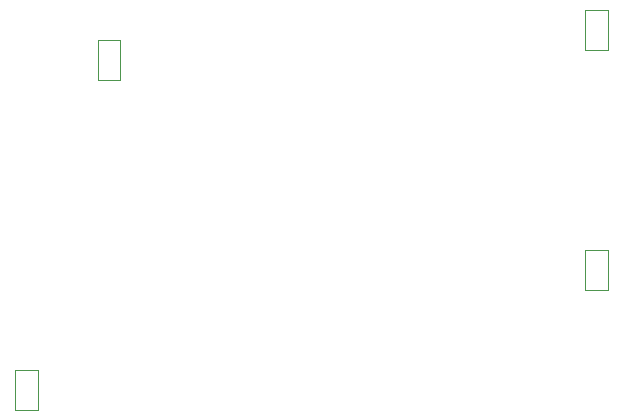
<source format=gbr>
G04 #@! TF.GenerationSoftware,KiCad,Pcbnew,5.1.7-a382d34a8~88~ubuntu20.04.1*
G04 #@! TF.CreationDate,2021-04-18T20:21:47-07:00*
G04 #@! TF.ProjectId,ft4232h-breakout,66743432-3332-4682-9d62-7265616b6f75,Apr2021*
G04 #@! TF.SameCoordinates,Original*
G04 #@! TF.FileFunction,Other,User*
%FSLAX46Y46*%
G04 Gerber Fmt 4.6, Leading zero omitted, Abs format (unit mm)*
G04 Created by KiCad (PCBNEW 5.1.7-a382d34a8~88~ubuntu20.04.1) date 2021-04-18 20:21:47*
%MOMM*%
%LPD*%
G01*
G04 APERTURE LIST*
%ADD10C,0.050000*%
G04 APERTURE END LIST*
D10*
G04 #@! TO.C,C6*
X123510000Y-84680000D02*
X123510000Y-88040000D01*
X125410000Y-84680000D02*
X123510000Y-84680000D01*
X125410000Y-88040000D02*
X125410000Y-84680000D01*
X123510000Y-88040000D02*
X125410000Y-88040000D01*
G04 #@! TO.C,C4*
X75250000Y-115160000D02*
X75250000Y-118520000D01*
X77150000Y-115160000D02*
X75250000Y-115160000D01*
X77150000Y-118520000D02*
X77150000Y-115160000D01*
X75250000Y-118520000D02*
X77150000Y-118520000D01*
G04 #@! TO.C,C3*
X123510000Y-105000000D02*
X123510000Y-108360000D01*
X125410000Y-105000000D02*
X123510000Y-105000000D01*
X125410000Y-108360000D02*
X125410000Y-105000000D01*
X123510000Y-108360000D02*
X125410000Y-108360000D01*
G04 #@! TO.C,C2*
X84135000Y-90580000D02*
X84135000Y-87220000D01*
X82235000Y-90580000D02*
X84135000Y-90580000D01*
X82235000Y-87220000D02*
X82235000Y-90580000D01*
X84135000Y-87220000D02*
X82235000Y-87220000D01*
G04 #@! TD*
M02*

</source>
